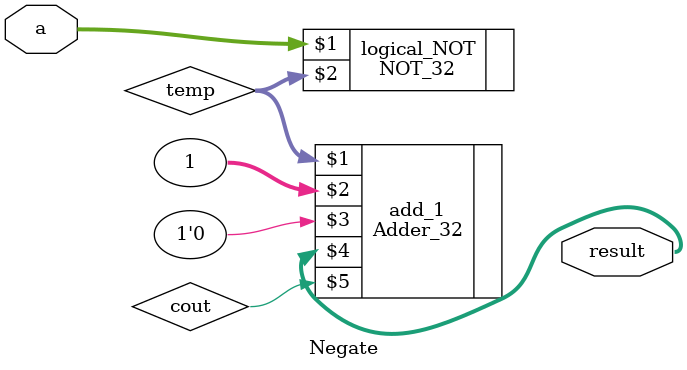
<source format=v>
module Negate (input [31:0] a, output [31:0] result);
	//we have to not the whole number then add 1
	wire [31:0] temp;
	wire cout;
	
	NOT_32 logical_NOT (a, temp);
	Adder_32 add_1 (temp, 32'd1, 1'd0, result, cout);
	
endmodule

</source>
